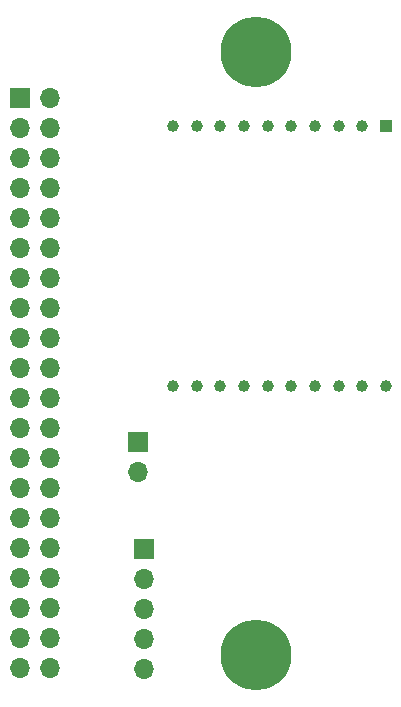
<source format=gbr>
G04 #@! TF.GenerationSoftware,KiCad,Pcbnew,(5.0.1)-4*
G04 #@! TF.CreationDate,2019-03-02T13:01:10-06:00*
G04 #@! TF.ProjectId,ccu_pcb2,6363755F706362322E6B696361645F70,rev?*
G04 #@! TF.SameCoordinates,Original*
G04 #@! TF.FileFunction,Copper,L1,Top,Signal*
G04 #@! TF.FilePolarity,Positive*
%FSLAX46Y46*%
G04 Gerber Fmt 4.6, Leading zero omitted, Abs format (unit mm)*
G04 Created by KiCad (PCBNEW (5.0.1)-4) date 2019-03-02 1:01:10 PM*
%MOMM*%
%LPD*%
G01*
G04 APERTURE LIST*
G04 #@! TA.AperFunction,ComponentPad*
%ADD10R,1.008000X1.008000*%
G04 #@! TD*
G04 #@! TA.AperFunction,ComponentPad*
%ADD11C,1.008000*%
G04 #@! TD*
G04 #@! TA.AperFunction,ComponentPad*
%ADD12R,1.700000X1.700000*%
G04 #@! TD*
G04 #@! TA.AperFunction,ComponentPad*
%ADD13O,1.700000X1.700000*%
G04 #@! TD*
G04 #@! TA.AperFunction,ComponentPad*
%ADD14C,6.000000*%
G04 #@! TD*
G04 #@! TA.AperFunction,Conductor*
%ADD15C,0.250000*%
G04 #@! TD*
G04 APERTURE END LIST*
D10*
G04 #@! TO.P,U1,1*
G04 #@! TO.N,VCC*
X171009000Y-70254000D03*
D11*
G04 #@! TO.P,U1,2*
G04 #@! TO.N,X_DOUT*
X169009000Y-70254000D03*
G04 #@! TO.P,U1,3*
G04 #@! TO.N,X_DIN*
X167009000Y-70254000D03*
G04 #@! TO.P,U1,4*
G04 #@! TO.N,Net-(U1-Pad4)*
X165009000Y-70254000D03*
G04 #@! TO.P,U1,5*
G04 #@! TO.N,Net-(U1-Pad5)*
X163009000Y-70254000D03*
G04 #@! TO.P,U1,6*
G04 #@! TO.N,Net-(U1-Pad6)*
X161009000Y-70254000D03*
G04 #@! TO.P,U1,7*
G04 #@! TO.N,Net-(U1-Pad7)*
X159009000Y-70254000D03*
G04 #@! TO.P,U1,8*
G04 #@! TO.N,Net-(U1-Pad8)*
X157009000Y-70254000D03*
G04 #@! TO.P,U1,9*
G04 #@! TO.N,Net-(U1-Pad9)*
X155009000Y-70254000D03*
G04 #@! TO.P,U1,10*
G04 #@! TO.N,GND*
X153009000Y-70254000D03*
G04 #@! TO.P,U1,20*
G04 #@! TO.N,Net-(U1-Pad20)*
X171009000Y-92254000D03*
G04 #@! TO.P,U1,19*
G04 #@! TO.N,Net-(U1-Pad19)*
X169009000Y-92254000D03*
G04 #@! TO.P,U1,18*
G04 #@! TO.N,Net-(U1-Pad18)*
X167009000Y-92254000D03*
G04 #@! TO.P,U1,17*
G04 #@! TO.N,Net-(U1-Pad17)*
X165009000Y-92254000D03*
G04 #@! TO.P,U1,16*
G04 #@! TO.N,Net-(U1-Pad16)*
X163009000Y-92254000D03*
G04 #@! TO.P,U1,15*
G04 #@! TO.N,Net-(U1-Pad15)*
X161009000Y-92254000D03*
G04 #@! TO.P,U1,14*
G04 #@! TO.N,Net-(U1-Pad14)*
X159009000Y-92254000D03*
G04 #@! TO.P,U1,13*
G04 #@! TO.N,Net-(U1-Pad13)*
X157009000Y-92254000D03*
G04 #@! TO.P,U1,12*
G04 #@! TO.N,Net-(U1-Pad12)*
X155009000Y-92254000D03*
G04 #@! TO.P,U1,11*
G04 #@! TO.N,Net-(U1-Pad11)*
X153009000Y-92254000D03*
G04 #@! TD*
D12*
G04 #@! TO.P,J1,1*
G04 #@! TO.N,Net-(J1-Pad1)*
X140000000Y-67865001D03*
D13*
G04 #@! TO.P,J1,2*
G04 #@! TO.N,5Vsupply*
X142540000Y-67865001D03*
G04 #@! TO.P,J1,3*
G04 #@! TO.N,Net-(J1-Pad3)*
X140000000Y-70405001D03*
G04 #@! TO.P,J1,4*
G04 #@! TO.N,Net-(J1-Pad4)*
X142540000Y-70405001D03*
G04 #@! TO.P,J1,5*
G04 #@! TO.N,Net-(J1-Pad5)*
X140000000Y-72945001D03*
G04 #@! TO.P,J1,6*
G04 #@! TO.N,GND*
X142540000Y-72945001D03*
G04 #@! TO.P,J1,7*
G04 #@! TO.N,Net-(J1-Pad7)*
X140000000Y-75485001D03*
G04 #@! TO.P,J1,8*
G04 #@! TO.N,X_DIN*
X142540000Y-75485001D03*
G04 #@! TO.P,J1,9*
G04 #@! TO.N,Net-(J1-Pad9)*
X140000000Y-78025001D03*
G04 #@! TO.P,J1,10*
G04 #@! TO.N,X_DOUT*
X142540000Y-78025001D03*
G04 #@! TO.P,J1,11*
G04 #@! TO.N,Net-(J1-Pad11)*
X140000000Y-80565001D03*
G04 #@! TO.P,J1,12*
G04 #@! TO.N,Net-(J1-Pad12)*
X142540000Y-80565001D03*
G04 #@! TO.P,J1,13*
G04 #@! TO.N,Net-(J1-Pad13)*
X140000000Y-83105001D03*
G04 #@! TO.P,J1,14*
G04 #@! TO.N,Net-(J1-Pad14)*
X142540000Y-83105001D03*
G04 #@! TO.P,J1,15*
G04 #@! TO.N,Net-(J1-Pad15)*
X140000000Y-85645001D03*
G04 #@! TO.P,J1,16*
G04 #@! TO.N,Net-(J1-Pad16)*
X142540000Y-85645001D03*
G04 #@! TO.P,J1,17*
G04 #@! TO.N,VCC*
X140000000Y-88185001D03*
G04 #@! TO.P,J1,18*
G04 #@! TO.N,Net-(J1-Pad18)*
X142540000Y-88185001D03*
G04 #@! TO.P,J1,19*
G04 #@! TO.N,Net-(J1-Pad19)*
X140000000Y-90725001D03*
G04 #@! TO.P,J1,20*
G04 #@! TO.N,Net-(J1-Pad20)*
X142540000Y-90725001D03*
G04 #@! TO.P,J1,21*
G04 #@! TO.N,Net-(J1-Pad21)*
X140000000Y-93265001D03*
G04 #@! TO.P,J1,22*
G04 #@! TO.N,Net-(J1-Pad22)*
X142540000Y-93265001D03*
G04 #@! TO.P,J1,23*
G04 #@! TO.N,Net-(J1-Pad23)*
X140000000Y-95805001D03*
G04 #@! TO.P,J1,24*
G04 #@! TO.N,Net-(J1-Pad24)*
X142540000Y-95805001D03*
G04 #@! TO.P,J1,25*
G04 #@! TO.N,Net-(J1-Pad25)*
X140000000Y-98345001D03*
G04 #@! TO.P,J1,26*
G04 #@! TO.N,Net-(J1-Pad26)*
X142540000Y-98345001D03*
G04 #@! TO.P,J1,27*
G04 #@! TO.N,Net-(J1-Pad27)*
X140000000Y-100885001D03*
G04 #@! TO.P,J1,28*
G04 #@! TO.N,Net-(J1-Pad28)*
X142540000Y-100885001D03*
G04 #@! TO.P,J1,29*
G04 #@! TO.N,Net-(J1-Pad29)*
X140000000Y-103425001D03*
G04 #@! TO.P,J1,30*
G04 #@! TO.N,GND3*
X142540000Y-103425001D03*
G04 #@! TO.P,J1,31*
G04 #@! TO.N,Net-(J1-Pad31)*
X140000000Y-105965001D03*
G04 #@! TO.P,J1,32*
G04 #@! TO.N,Therm_in_h*
X142540000Y-105965001D03*
G04 #@! TO.P,J1,33*
G04 #@! TO.N,Net-(J1-Pad33)*
X140000000Y-108505001D03*
G04 #@! TO.P,J1,34*
G04 #@! TO.N,GND2*
X142540000Y-108505001D03*
G04 #@! TO.P,J1,35*
G04 #@! TO.N,Net-(J1-Pad35)*
X140000000Y-111045001D03*
G04 #@! TO.P,J1,36*
G04 #@! TO.N,Therm_in_c*
X142540000Y-111045001D03*
G04 #@! TO.P,J1,37*
G04 #@! TO.N,Net-(J1-Pad37)*
X140000000Y-113585001D03*
G04 #@! TO.P,J1,38*
G04 #@! TO.N,Net-(J1-Pad38)*
X142540000Y-113585001D03*
G04 #@! TO.P,J1,39*
G04 #@! TO.N,Net-(J1-Pad39)*
X140000000Y-116125001D03*
G04 #@! TO.P,J1,40*
G04 #@! TO.N,Therm_out*
X142540000Y-116125001D03*
G04 #@! TD*
G04 #@! TO.P,J2,2*
G04 #@! TO.N,GND3*
X150000000Y-99540000D03*
D12*
G04 #@! TO.P,J2,1*
G04 #@! TO.N,5Vsupply*
X150000000Y-97000000D03*
G04 #@! TD*
G04 #@! TO.P,J3,1*
G04 #@! TO.N,Therm_in_h*
X150495000Y-106045000D03*
D13*
G04 #@! TO.P,J3,2*
G04 #@! TO.N,GND2*
X150495000Y-108585000D03*
G04 #@! TO.P,J3,3*
G04 #@! TO.N,Therm_in_c*
X150495000Y-111125000D03*
G04 #@! TO.P,J3,4*
G04 #@! TO.N,5Vsupply*
X150495000Y-113665000D03*
G04 #@! TO.P,J3,5*
G04 #@! TO.N,Therm_out*
X150495000Y-116205000D03*
G04 #@! TD*
D14*
G04 #@! TO.P,,1*
G04 #@! TO.N,N/C*
X160000000Y-115000000D03*
G04 #@! TD*
G04 #@! TO.P,REF\002A\002A,1*
G04 #@! TO.N,N/C*
X160000000Y-64000000D03*
G04 #@! TD*
D15*
G04 #@! TO.N,Therm_in_c*
X150415001Y-111045001D02*
X150495000Y-111125000D01*
G04 #@! TD*
M02*

</source>
